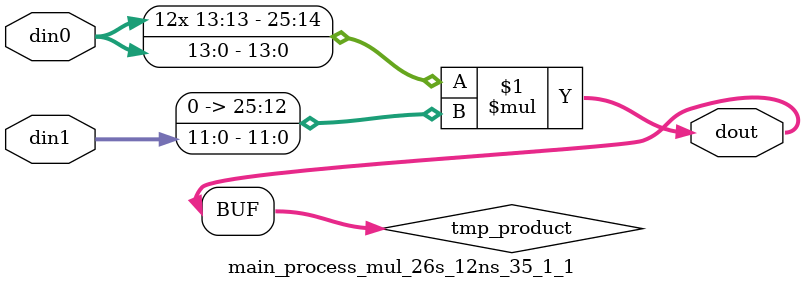
<source format=v>

`timescale 1 ns / 1 ps

  module main_process_mul_26s_12ns_35_1_1(din0, din1, dout);
parameter ID = 1;
parameter NUM_STAGE = 0;
parameter din0_WIDTH = 14;
parameter din1_WIDTH = 12;
parameter dout_WIDTH = 26;

input [din0_WIDTH - 1 : 0] din0; 
input [din1_WIDTH - 1 : 0] din1; 
output [dout_WIDTH - 1 : 0] dout;

wire signed [dout_WIDTH - 1 : 0] tmp_product;












assign tmp_product = $signed(din0) * $signed({1'b0, din1});









assign dout = tmp_product;







endmodule

</source>
